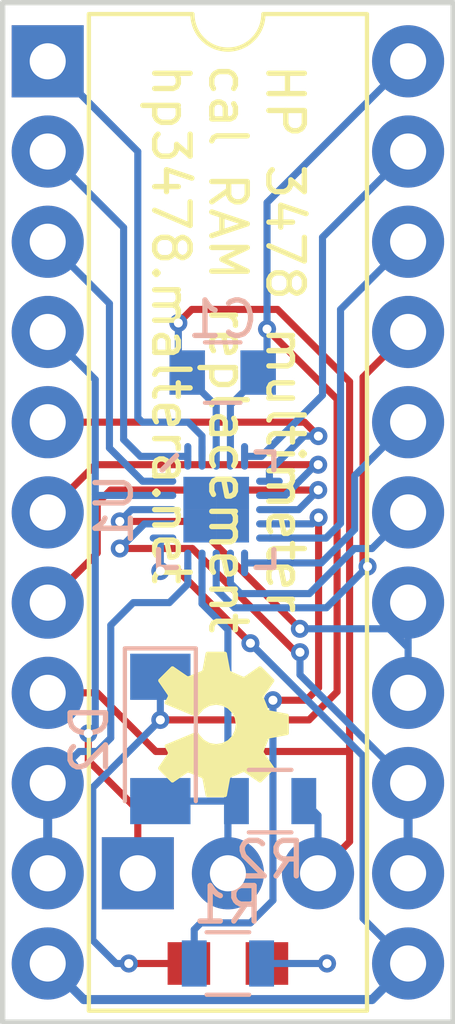
<source format=kicad_pcb>
(kicad_pcb (version 4) (host pcbnew 4.0.7)

  (general
    (links 34)
    (no_connects 0)
    (area 100.254999 99.873999 113.105001 128.726001)
    (thickness 1.6)
    (drawings 5)
    (tracks 171)
    (zones 0)
    (modules 9)
    (nets 22)
  )

  (page A4)
  (layers
    (0 F.Cu signal)
    (31 B.Cu signal)
    (32 B.Adhes user)
    (33 F.Adhes user)
    (34 B.Paste user)
    (35 F.Paste user)
    (36 B.SilkS user)
    (37 F.SilkS user hide)
    (38 B.Mask user)
    (39 F.Mask user)
    (40 Dwgs.User user)
    (41 Cmts.User user)
    (42 Eco1.User user)
    (43 Eco2.User user)
    (44 Edge.Cuts user)
    (45 Margin user)
    (46 B.CrtYd user)
    (47 F.CrtYd user)
    (48 B.Fab user hide)
    (49 F.Fab user)
  )

  (setup
    (last_trace_width 0.2)
    (trace_clearance 0.1524)
    (zone_clearance 0.508)
    (zone_45_only no)
    (trace_min 0.1524)
    (segment_width 0.2)
    (edge_width 0.15)
    (via_size 0.508)
    (via_drill 0.254)
    (via_min_size 0.508)
    (via_min_drill 0.254)
    (uvia_size 0.508)
    (uvia_drill 0.254)
    (uvias_allowed no)
    (uvia_min_size 0)
    (uvia_min_drill 0)
    (pcb_text_width 0.3)
    (pcb_text_size 1.5 1.5)
    (mod_edge_width 0.15)
    (mod_text_size 1 1)
    (mod_text_width 0.15)
    (pad_size 2.032 2.032)
    (pad_drill 1.016)
    (pad_to_mask_clearance 0.0508)
    (solder_mask_min_width 0.1016)
    (aux_axis_origin 0 0)
    (visible_elements FFFFEF7F)
    (pcbplotparams
      (layerselection 0x010f0_80000001)
      (usegerberextensions false)
      (excludeedgelayer true)
      (linewidth 0.100000)
      (plotframeref false)
      (viasonmask false)
      (mode 1)
      (useauxorigin false)
      (hpglpennumber 1)
      (hpglpenspeed 20)
      (hpglpendiameter 15)
      (hpglpenoverlay 2)
      (psnegative false)
      (psa4output false)
      (plotreference true)
      (plotvalue true)
      (plotinvisibletext false)
      (padsonsilk false)
      (subtractmaskfromsilk false)
      (outputformat 1)
      (mirror false)
      (drillshape 0)
      (scaleselection 1)
      (outputdirectory dist/))
  )

  (net 0 "")
  (net 1 /A3)
  (net 2 /D2)
  (net 3 /A2)
  (net 4 /D3)
  (net 5 /A1)
  (net 6 /A0)
  (net 7 /D4)
  (net 8 /A5)
  (net 9 /A6)
  (net 10 /CE2)
  (net 11 /A7)
  (net 12 /OD)
  (net 13 GND)
  (net 14 /~CE1)
  (net 15 /D1)
  (net 16 /R/W)
  (net 17 /A4)
  (net 18 VCC)
  (net 19 "Net-(D1-Pad1)")
  (net 20 /PS)
  (net 21 /LED)

  (net_class Default "This is the default net class."
    (clearance 0.1524)
    (trace_width 0.2)
    (via_dia 0.508)
    (via_drill 0.254)
    (uvia_dia 0.508)
    (uvia_drill 0.254)
    (add_net /A0)
    (add_net /A1)
    (add_net /A2)
    (add_net /A3)
    (add_net /A4)
    (add_net /A5)
    (add_net /A6)
    (add_net /A7)
    (add_net /CE2)
    (add_net /D1)
    (add_net /D2)
    (add_net /D3)
    (add_net /D4)
    (add_net /LED)
    (add_net /OD)
    (add_net /PS)
    (add_net /R/W)
    (add_net /~CE1)
    (add_net GND)
    (add_net "Net-(D1-Pad1)")
    (add_net VCC)
  )

  (module Housings_DFN_QFN:UQFN-20-1EP_3x3mm_Pitch0.4mm (layer B.Cu) (tedit 54130A77) (tstamp 5B2B9DCB)
    (at 106.3499 114.2224 270)
    (descr "20-Lead Ultra Thin Plastic Quad Flat, No Lead Package (JP) - 3x3x0.50 mm Body [UQFN]; (see Microchip Packaging Specification 00000049BS.pdf)")
    (tags "QFN 0.4")
    (path /5B2B9B0A)
    (solder_mask_margin 0.0254)
    (attr smd)
    (fp_text reference U1 (at 0 2.875 270) (layer B.SilkS)
      (effects (font (size 1 1) (thickness 0.15)) (justify mirror))
    )
    (fp_text value ATtiny406 (at 0 -2.875 270) (layer B.Fab)
      (effects (font (size 1 1) (thickness 0.15)) (justify mirror))
    )
    (fp_line (start -0.5 1.5) (end 1.5 1.5) (layer B.Fab) (width 0.15))
    (fp_line (start 1.5 1.5) (end 1.5 -1.5) (layer B.Fab) (width 0.15))
    (fp_line (start 1.5 -1.5) (end -1.5 -1.5) (layer B.Fab) (width 0.15))
    (fp_line (start -1.5 -1.5) (end -1.5 0.5) (layer B.Fab) (width 0.15))
    (fp_line (start -1.5 0.5) (end -0.5 1.5) (layer B.Fab) (width 0.15))
    (fp_line (start -2.15 2.15) (end -2.15 -2.15) (layer B.CrtYd) (width 0.05))
    (fp_line (start 2.15 2.15) (end 2.15 -2.15) (layer B.CrtYd) (width 0.05))
    (fp_line (start -2.15 2.15) (end 2.15 2.15) (layer B.CrtYd) (width 0.05))
    (fp_line (start -2.15 -2.15) (end 2.15 -2.15) (layer B.CrtYd) (width 0.05))
    (fp_line (start 1.625 1.625) (end 1.625 1.125) (layer B.SilkS) (width 0.15))
    (fp_line (start -1.625 -1.625) (end -1.625 -1.125) (layer B.SilkS) (width 0.15))
    (fp_line (start 1.625 -1.625) (end 1.625 -1.125) (layer B.SilkS) (width 0.15))
    (fp_line (start -1.524 1.1176) (end -1.1176 1.524) (layer B.SilkS) (width 0.15))
    (fp_line (start -1.625 -1.625) (end -1.125 -1.625) (layer B.SilkS) (width 0.15))
    (fp_line (start 1.625 -1.625) (end 1.125 -1.625) (layer B.SilkS) (width 0.15))
    (fp_line (start 1.625 1.625) (end 1.125 1.625) (layer B.SilkS) (width 0.15))
    (pad 1 smd oval (at -1.5 0.8 270) (size 0.75 0.2) (layers B.Cu B.Paste B.Mask)
      (net 3 /A2))
    (pad 2 smd oval (at -1.5 0.4 270) (size 0.75 0.2) (layers B.Cu B.Paste B.Mask)
      (net 1 /A3))
    (pad 3 smd oval (at -1.5 0 270) (size 0.75 0.2) (layers B.Cu B.Paste B.Mask)
      (net 13 GND))
    (pad 4 smd oval (at -1.5 -0.4 270) (size 0.75 0.2) (layers B.Cu B.Paste B.Mask)
      (net 18 VCC))
    (pad 5 smd oval (at -1.5 -0.8 270) (size 0.75 0.2) (layers B.Cu B.Paste B.Mask)
      (net 17 /A4))
    (pad 6 smd oval (at -0.8 -1.5 180) (size 0.75 0.2) (layers B.Cu B.Paste B.Mask)
      (net 8 /A5))
    (pad 7 smd oval (at -0.4 -1.5 180) (size 0.75 0.2) (layers B.Cu B.Paste B.Mask)
      (net 9 /A6))
    (pad 8 smd oval (at 0 -1.5 180) (size 0.75 0.2) (layers B.Cu B.Paste B.Mask)
      (net 11 /A7))
    (pad 9 smd oval (at 0.4 -1.5 180) (size 0.75 0.2) (layers B.Cu B.Paste B.Mask)
      (net 21 /LED))
    (pad 10 smd oval (at 0.8 -1.5 180) (size 0.75 0.2) (layers B.Cu B.Paste B.Mask)
      (net 16 /R/W))
    (pad 11 smd oval (at 1.5 -0.8 270) (size 0.75 0.2) (layers B.Cu B.Paste B.Mask)
      (net 12 /OD))
    (pad 12 smd oval (at 1.5 -0.4 270) (size 0.75 0.2) (layers B.Cu B.Paste B.Mask)
      (net 10 /CE2))
    (pad 13 smd oval (at 1.5 0 270) (size 0.75 0.2) (layers B.Cu B.Paste B.Mask)
      (net 14 /~CE1))
    (pad 14 smd oval (at 1.5 0.4 270) (size 0.75 0.2) (layers B.Cu B.Paste B.Mask)
      (net 20 /PS))
    (pad 15 smd oval (at 1.5 0.8 270) (size 0.75 0.2) (layers B.Cu B.Paste B.Mask)
      (net 15 /D1))
    (pad 16 smd oval (at 0.8 1.5 180) (size 0.75 0.2) (layers B.Cu B.Paste B.Mask)
      (net 2 /D2))
    (pad 17 smd oval (at 0.4 1.5 180) (size 0.75 0.2) (layers B.Cu B.Paste B.Mask)
      (net 4 /D3))
    (pad 18 smd oval (at 0 1.5 180) (size 0.75 0.2) (layers B.Cu B.Paste B.Mask)
      (net 7 /D4))
    (pad 19 smd oval (at -0.4 1.5 180) (size 0.75 0.2) (layers B.Cu B.Paste B.Mask)
      (net 6 /A0))
    (pad 20 smd oval (at -0.8 1.5 180) (size 0.75 0.2) (layers B.Cu B.Paste B.Mask)
      (net 5 /A1))
    (pad 21 smd rect (at 0.4625 -0.4625 270) (size 0.925 0.925) (layers B.Cu B.Paste B.Mask)
      (solder_paste_margin_ratio -0.2))
    (pad 21 smd rect (at 0.4625 0.4625 270) (size 0.925 0.925) (layers B.Cu B.Paste B.Mask)
      (solder_paste_margin_ratio -0.2))
    (pad 21 smd rect (at -0.4625 -0.4625 270) (size 0.925 0.925) (layers B.Cu B.Paste B.Mask)
      (solder_paste_margin_ratio -0.2))
    (pad 21 smd rect (at -0.4625 0.4625 270) (size 0.925 0.925) (layers B.Cu B.Paste B.Mask)
      (solder_paste_margin_ratio -0.2))
    (model ${KISYS3DMOD}/Housings_DFN_QFN.3dshapes/UQFN-20-1EP_3x3mm_Pitch0.4mm.wrl
      (at (xyz 0 0 0))
      (scale (xyz 1 1 1))
      (rotate (xyz 0 0 0))
    )
  )

  (module Housings_DIP:DIP-22_W10.16mm locked (layer F.Cu) (tedit 5B43B677) (tstamp 5B2B9DAF)
    (at 101.6 101.6)
    (descr "22-lead though-hole mounted DIP package, row spacing 10.16 mm (400 mils)")
    (tags "THT DIP DIL PDIP 2.54mm 10.16mm 400mil")
    (path /5B2B9F18)
    (fp_text reference J1 (at 5.08 -2.33) (layer F.SilkS) hide
      (effects (font (size 1 1) (thickness 0.15)))
    )
    (fp_text value uPD5101LC (at 5.08 27.73) (layer F.Fab) hide
      (effects (font (size 1 1) (thickness 0.15)))
    )
    (fp_arc (start 5.08 -1.33) (end 4.08 -1.33) (angle -180) (layer F.SilkS) (width 0.12))
    (fp_line (start 1.51 -1.27) (end 9.65 -1.27) (layer F.Fab) (width 0.1))
    (fp_line (start 9.65 -1.27) (end 9.65 26.67) (layer F.Fab) (width 0.1))
    (fp_line (start 9.65 26.67) (end 0.51 26.67) (layer F.Fab) (width 0.1))
    (fp_line (start 0.51 26.67) (end 0.51 -0.27) (layer F.Fab) (width 0.1))
    (fp_line (start 0.51 -0.27) (end 1.51 -1.27) (layer F.Fab) (width 0.1))
    (fp_line (start 4.08 -1.33) (end 1.16 -1.33) (layer F.SilkS) (width 0.12))
    (fp_line (start 1.16 -1.33) (end 1.16 26.73) (layer F.SilkS) (width 0.12))
    (fp_line (start 1.16 26.73) (end 9 26.73) (layer F.SilkS) (width 0.12))
    (fp_line (start 9 26.73) (end 9 -1.33) (layer F.SilkS) (width 0.12))
    (fp_line (start 9 -1.33) (end 6.08 -1.33) (layer F.SilkS) (width 0.12))
    (fp_line (start -1.05 -1.55) (end -1.05 26.95) (layer F.CrtYd) (width 0.05))
    (fp_line (start -1.05 26.95) (end 11.25 26.95) (layer F.CrtYd) (width 0.05))
    (fp_line (start 11.25 26.95) (end 11.25 -1.55) (layer F.CrtYd) (width 0.05))
    (fp_line (start 11.25 -1.55) (end -1.05 -1.55) (layer F.CrtYd) (width 0.05))
    (fp_text user %R (at 5.08 12.7) (layer F.Fab)
      (effects (font (size 1 1) (thickness 0.15)))
    )
    (pad 1 thru_hole rect (at 0 0) (size 2.032 2.032) (drill 1.016) (layers *.Cu *.Mask)
      (net 1 /A3))
    (pad 12 thru_hole oval (at 10.16 25.4) (size 2.032 2.032) (drill 1.016) (layers *.Cu *.Mask)
      (net 2 /D2))
    (pad 2 thru_hole oval (at 0 2.54) (size 2.032 2.032) (drill 1.016) (layers *.Cu *.Mask)
      (net 3 /A2))
    (pad 13 thru_hole oval (at 10.16 22.86) (size 2.032 2.032) (drill 1.016) (layers *.Cu *.Mask)
      (net 4 /D3))
    (pad 3 thru_hole oval (at 0 5.08) (size 2.032 2.032) (drill 1.016) (layers *.Cu *.Mask)
      (net 5 /A1))
    (pad 14 thru_hole oval (at 10.16 20.32) (size 2.032 2.032) (drill 1.016) (layers *.Cu *.Mask)
      (net 4 /D3))
    (pad 4 thru_hole oval (at 0 7.62) (size 2.032 2.032) (drill 1.016) (layers *.Cu *.Mask)
      (net 6 /A0))
    (pad 15 thru_hole oval (at 10.16 17.78) (size 2.032 2.032) (drill 1.016) (layers *.Cu *.Mask)
      (net 7 /D4))
    (pad 5 thru_hole oval (at 0 10.16) (size 2.032 2.032) (drill 1.016) (layers *.Cu *.Mask)
      (net 8 /A5))
    (pad 16 thru_hole oval (at 10.16 15.24) (size 2.032 2.032) (drill 1.016) (layers *.Cu *.Mask)
      (net 7 /D4))
    (pad 6 thru_hole oval (at 0 12.7) (size 2.032 2.032) (drill 1.016) (layers *.Cu *.Mask)
      (net 9 /A6))
    (pad 17 thru_hole oval (at 10.16 12.7) (size 2.032 2.032) (drill 1.016) (layers *.Cu *.Mask)
      (net 10 /CE2))
    (pad 7 thru_hole oval (at 0 15.24) (size 2.032 2.032) (drill 1.016) (layers *.Cu *.Mask)
      (net 11 /A7))
    (pad 18 thru_hole oval (at 10.16 10.16) (size 2.032 2.032) (drill 1.016) (layers *.Cu *.Mask)
      (net 12 /OD))
    (pad 8 thru_hole oval (at 0 17.78) (size 2.032 2.032) (drill 1.016) (layers *.Cu *.Mask)
      (net 13 GND))
    (pad 19 thru_hole oval (at 10.16 7.62) (size 2.032 2.032) (drill 1.016) (layers *.Cu *.Mask)
      (net 14 /~CE1))
    (pad 9 thru_hole oval (at 0 20.32) (size 2.032 2.032) (drill 1.016) (layers *.Cu *.Mask)
      (net 15 /D1))
    (pad 20 thru_hole oval (at 10.16 5.08) (size 2.032 2.032) (drill 1.016) (layers *.Cu *.Mask)
      (net 16 /R/W))
    (pad 10 thru_hole oval (at 0 22.86) (size 2.032 2.032) (drill 1.016) (layers *.Cu *.Mask)
      (net 15 /D1))
    (pad 21 thru_hole oval (at 10.16 2.54) (size 2.032 2.032) (drill 1.016) (layers *.Cu *.Mask)
      (net 17 /A4))
    (pad 11 thru_hole oval (at 0 25.4) (size 2.032 2.032) (drill 1.016) (layers *.Cu *.Mask)
      (net 2 /D2))
    (pad 22 thru_hole oval (at 10.16 0) (size 2.032 2.032) (drill 1.016) (layers *.Cu *.Mask)
      (net 18 VCC))
    (model ${KISYS3DMOD}/Housings_DIP.3dshapes/DIP-22_W10.16mm.wrl
      (at (xyz 0 0 0))
      (scale (xyz 1 1 1))
      (rotate (xyz 0 0 0))
    )
  )

  (module LEDs:LED_0805 (layer F.Cu) (tedit 5B2BCB30) (tstamp 5B2BB7B7)
    (at 106.68 127 180)
    (descr "LED 0805 smd package")
    (tags "LED led 0805 SMD smd SMT smt smdled SMDLED smtled SMTLED")
    (path /5B2BB0DB)
    (attr smd)
    (fp_text reference D1 (at 0 -1.45 180) (layer F.SilkS) hide
      (effects (font (size 1 1) (thickness 0.15)))
    )
    (fp_text value LED (at 0 1.55 180) (layer F.Fab) hide
      (effects (font (size 1 1) (thickness 0.15)))
    )
    (fp_line (start -0.4 -0.4) (end -0.4 0.4) (layer F.Fab) (width 0.1))
    (fp_line (start -0.4 0) (end 0.2 -0.4) (layer F.Fab) (width 0.1))
    (fp_line (start 0.2 0.4) (end -0.4 0) (layer F.Fab) (width 0.1))
    (fp_line (start 0.2 -0.4) (end 0.2 0.4) (layer F.Fab) (width 0.1))
    (fp_line (start 1 0.6) (end -1 0.6) (layer F.Fab) (width 0.1))
    (fp_line (start 1 -0.6) (end 1 0.6) (layer F.Fab) (width 0.1))
    (fp_line (start -1 -0.6) (end 1 -0.6) (layer F.Fab) (width 0.1))
    (fp_line (start -1 0.6) (end -1 -0.6) (layer F.Fab) (width 0.1))
    (fp_line (start 1.95 -0.85) (end 1.95 0.85) (layer F.CrtYd) (width 0.05))
    (fp_line (start 1.95 0.85) (end -1.95 0.85) (layer F.CrtYd) (width 0.05))
    (fp_line (start -1.95 0.85) (end -1.95 -0.85) (layer F.CrtYd) (width 0.05))
    (fp_line (start -1.95 -0.85) (end 1.95 -0.85) (layer F.CrtYd) (width 0.05))
    (fp_text user %R (at 0 0.889 180) (layer F.Fab)
      (effects (font (size 0.4 0.4) (thickness 0.1)))
    )
    (pad 2 smd rect (at 1.1 0) (size 1.2 1.2) (layers F.Cu F.Paste F.Mask)
      (net 18 VCC))
    (pad 1 smd rect (at -1.1 0) (size 1.2 1.2) (layers F.Cu F.Paste F.Mask)
      (net 19 "Net-(D1-Pad1)"))
    (model ${KISYS3DMOD}/LEDs.3dshapes/LED_0805.wrl
      (at (xyz 0 0 0))
      (scale (xyz 1 1 1))
      (rotate (xyz 0 0 180))
    )
  )

  (module Pin_Headers:Pin_Header_Straight_1x03_Pitch2.54mm (layer F.Cu) (tedit 5B43B510) (tstamp 5B2BB7C4)
    (at 104.14 124.46 90)
    (descr "Through hole straight pin header, 1x03, 2.54mm pitch, single row")
    (tags "Through hole pin header THT 1x03 2.54mm single row")
    (path /5B2BB875)
    (fp_text reference J2 (at 0 -2.33 90) (layer F.SilkS) hide
      (effects (font (size 1 1) (thickness 0.15)))
    )
    (fp_text value PROG_HDR (at 0 7.41 90) (layer F.Fab) hide
      (effects (font (size 1 1) (thickness 0.15)))
    )
    (fp_line (start -0.635 -1.27) (end 1.27 -1.27) (layer F.Fab) (width 0.1))
    (fp_line (start 1.27 -1.27) (end 1.27 6.35) (layer F.Fab) (width 0.1))
    (fp_line (start 1.27 6.35) (end -1.27 6.35) (layer F.Fab) (width 0.1))
    (fp_line (start -1.27 6.35) (end -1.27 -0.635) (layer F.Fab) (width 0.1))
    (fp_line (start -1.27 -0.635) (end -0.635 -1.27) (layer F.Fab) (width 0.1))
    (fp_line (start -1.8 -1.8) (end -1.8 6.85) (layer F.CrtYd) (width 0.05))
    (fp_line (start -1.8 6.85) (end 1.8 6.85) (layer F.CrtYd) (width 0.05))
    (fp_line (start 1.8 6.85) (end 1.8 -1.8) (layer F.CrtYd) (width 0.05))
    (fp_line (start 1.8 -1.8) (end -1.8 -1.8) (layer F.CrtYd) (width 0.05))
    (fp_text user %R (at 0 2.54 180) (layer F.Fab)
      (effects (font (size 1 1) (thickness 0.15)))
    )
    (pad 1 thru_hole rect (at 0 0 90) (size 2.032 2.032) (drill 1.016) (layers *.Cu *.Mask)
      (net 6 /A0))
    (pad 2 thru_hole oval (at 0 2.54 90) (size 2.032 2.032) (drill 1.016) (layers *.Cu *.Mask)
      (net 20 /PS))
    (pad 3 thru_hole oval (at 0 5.08 90) (size 2.032 2.032) (drill 1.016) (layers *.Cu *.Mask)
      (net 13 GND))
    (model ${KISYS3DMOD}/Pin_Headers.3dshapes/Pin_Header_Straight_1x03_Pitch2.54mm.wrl
      (at (xyz 0 0 0))
      (scale (xyz 1 1 1))
      (rotate (xyz 0 0 0))
    )
  )

  (module custom:OSHW (layer F.Cu) (tedit 5B2BF75A) (tstamp 5B2C3C50)
    (at 106.553 120.269 270)
    (descr "Imported from /home/sam/Downloads/oshw.svg")
    (tags svg2mod)
    (attr smd)
    (fp_text reference OSHW (at 0 -4.878245 270) (layer F.SilkS) hide
      (effects (font (thickness 0.3048)))
    )
    (fp_text value LOGO (at 0 4.878245 270) (layer F.SilkS) hide
      (effects (font (thickness 0.3048)))
    )
    (fp_poly (pts (xy 2.009917 -0.081788) (xy 1.510932 -0.17458) (xy 1.481398 -0.19998) (xy 1.328445 -0.556819)
      (xy 1.330872 -0.595399) (xy 1.6216 -1.019136) (xy 1.618414 -1.053617) (xy 1.255293 -1.416739)
      (xy 1.220842 -1.419928) (xy 0.789667 -1.124038) (xy 0.750905 -1.121215) (xy 0.404995 -1.262815)
      (xy 0.379496 -1.292016) (xy 0.283426 -1.808119) (xy 0.256807 -1.830245) (xy -0.256778 -1.830245)
      (xy -0.283369 -1.808119) (xy -0.379408 -1.292016) (xy -0.404904 -1.262815) (xy -0.750845 -1.121215)
      (xy -0.789607 -1.124038) (xy -1.220751 -1.419928) (xy -1.255233 -1.416739) (xy -1.618385 -1.053617)
      (xy -1.621571 -1.019136) (xy -1.330813 -0.595399) (xy -1.328414 -0.556819) (xy -1.481397 -0.19998)
      (xy -1.510931 -0.17458) (xy -2.009886 -0.081788) (xy -2.032015 -0.055146) (xy -2.031984 0.458408)
      (xy -2.009855 0.48505) (xy -1.523133 0.575626) (xy -1.494236 0.601224) (xy -1.342286 0.980796)
      (xy -1.34517 1.019559) (xy -1.621632 1.422442) (xy -1.618445 1.456955) (xy -1.255263 1.820077)
      (xy -1.220781 1.823266) (xy -0.82503 1.551632) (xy -0.787087 1.550221) (xy -0.612553 1.643408)
      (xy -0.583869 1.632853) (xy -0.223996 0.763309) (xy -0.234559 0.7308) (xy -0.278238 0.704046)
      (xy -0.305859 0.682879) (xy -0.443842 0.558673) (xy -0.535025 0.395419) (xy -0.567964 0.204476)
      (xy -0.539007 0.024957) (xy -0.458375 -0.130951) (xy -0.335428 -0.253894) (xy -0.179521 -0.33452)
      (xy -0.000015 -0.363474) (xy 0.179488 -0.33452) (xy 0.335387 -0.253894) (xy 0.458326 -0.130951)
      (xy 0.53895 0.024957) (xy 0.567903 0.204476) (xy 0.534972 0.395419) (xy 0.443795 0.558673)
      (xy 0.305799 0.682879) (xy 0.278237 0.704046) (xy 0.234558 0.7308) (xy 0.223994 0.763309)
      (xy 0.583838 1.632884) (xy 0.612522 1.643439) (xy 0.787056 1.550255) (xy 0.824998 1.551666)
      (xy 1.22078 1.823302) (xy 1.255232 1.820113) (xy 1.618414 1.456992) (xy 1.6216 1.422479)
      (xy 1.345108 1.019593) (xy 1.342255 0.980832) (xy 1.494205 0.601257) (xy 1.523072 0.57566)
      (xy 2.009794 0.485084) (xy 2.031923 0.458442) (xy 2.031985 -0.055107) (xy 2.009918 -0.081777)
      (xy 2.009917 -0.081788)) (layer F.SilkS) (width 0.030354))
  )

  (module Capacitors_SMD:C_0805 (layer B.Cu) (tedit 58AA8463) (tstamp 5B401B79)
    (at 106.533 110.363 180)
    (descr "Capacitor SMD 0805, reflow soldering, AVX (see smccp.pdf)")
    (tags "capacitor 0805")
    (path /5B2BAD67)
    (attr smd)
    (fp_text reference C1 (at 0 1.5 180) (layer B.SilkS)
      (effects (font (size 1 1) (thickness 0.15)) (justify mirror))
    )
    (fp_text value 0.1uF (at 0 -1.75 180) (layer B.Fab)
      (effects (font (size 1 1) (thickness 0.15)) (justify mirror))
    )
    (fp_text user %R (at 0 1.5 180) (layer B.Fab)
      (effects (font (size 1 1) (thickness 0.15)) (justify mirror))
    )
    (fp_line (start -1 -0.62) (end -1 0.62) (layer B.Fab) (width 0.1))
    (fp_line (start 1 -0.62) (end -1 -0.62) (layer B.Fab) (width 0.1))
    (fp_line (start 1 0.62) (end 1 -0.62) (layer B.Fab) (width 0.1))
    (fp_line (start -1 0.62) (end 1 0.62) (layer B.Fab) (width 0.1))
    (fp_line (start 0.5 0.85) (end -0.5 0.85) (layer B.SilkS) (width 0.12))
    (fp_line (start -0.5 -0.85) (end 0.5 -0.85) (layer B.SilkS) (width 0.12))
    (fp_line (start -1.75 0.88) (end 1.75 0.88) (layer B.CrtYd) (width 0.05))
    (fp_line (start -1.75 0.88) (end -1.75 -0.87) (layer B.CrtYd) (width 0.05))
    (fp_line (start 1.75 -0.87) (end 1.75 0.88) (layer B.CrtYd) (width 0.05))
    (fp_line (start 1.75 -0.87) (end -1.75 -0.87) (layer B.CrtYd) (width 0.05))
    (pad 1 smd rect (at -1 0 180) (size 1 1.25) (layers B.Cu B.Paste B.Mask)
      (net 18 VCC))
    (pad 2 smd rect (at 1 0 180) (size 1 1.25) (layers B.Cu B.Paste B.Mask)
      (net 13 GND))
    (model Capacitors_SMD.3dshapes/C_0805.wrl
      (at (xyz 0 0 0))
      (scale (xyz 1 1 1))
      (rotate (xyz 0 0 0))
    )
  )

  (module Diodes_SMD:D_MiniMELF (layer B.Cu) (tedit 5905D8F5) (tstamp 5B401B7E)
    (at 104.775 120.678 270)
    (descr "Diode Mini-MELF")
    (tags "Diode Mini-MELF")
    (path /5B2BB5D0)
    (attr smd)
    (fp_text reference D2 (at 0 2 270) (layer B.SilkS)
      (effects (font (size 1 1) (thickness 0.15)) (justify mirror))
    )
    (fp_text value D (at 0 -1.75 270) (layer B.Fab)
      (effects (font (size 1 1) (thickness 0.15)) (justify mirror))
    )
    (fp_text user %R (at 0 2 270) (layer B.Fab)
      (effects (font (size 1 1) (thickness 0.15)) (justify mirror))
    )
    (fp_line (start 1.75 1) (end -2.55 1) (layer B.SilkS) (width 0.12))
    (fp_line (start -2.55 1) (end -2.55 -1) (layer B.SilkS) (width 0.12))
    (fp_line (start -2.55 -1) (end 1.75 -1) (layer B.SilkS) (width 0.12))
    (fp_line (start 1.65 0.8) (end 1.65 -0.8) (layer B.Fab) (width 0.1))
    (fp_line (start 1.65 -0.8) (end -1.65 -0.8) (layer B.Fab) (width 0.1))
    (fp_line (start -1.65 -0.8) (end -1.65 0.8) (layer B.Fab) (width 0.1))
    (fp_line (start -1.65 0.8) (end 1.65 0.8) (layer B.Fab) (width 0.1))
    (fp_line (start 0.25 0) (end 0.75 0) (layer B.Fab) (width 0.1))
    (fp_line (start 0.25 -0.4) (end -0.35 0) (layer B.Fab) (width 0.1))
    (fp_line (start 0.25 0.4) (end 0.25 -0.4) (layer B.Fab) (width 0.1))
    (fp_line (start -0.35 0) (end 0.25 0.4) (layer B.Fab) (width 0.1))
    (fp_line (start -0.35 0) (end -0.35 -0.55) (layer B.Fab) (width 0.1))
    (fp_line (start -0.35 0) (end -0.35 0.55) (layer B.Fab) (width 0.1))
    (fp_line (start -0.75 0) (end -0.35 0) (layer B.Fab) (width 0.1))
    (fp_line (start -2.65 1.1) (end 2.65 1.1) (layer B.CrtYd) (width 0.05))
    (fp_line (start 2.65 1.1) (end 2.65 -1.1) (layer B.CrtYd) (width 0.05))
    (fp_line (start 2.65 -1.1) (end -2.65 -1.1) (layer B.CrtYd) (width 0.05))
    (fp_line (start -2.65 -1.1) (end -2.65 1.1) (layer B.CrtYd) (width 0.05))
    (pad 1 smd rect (at -1.75 0 270) (size 1.3 1.7) (layers B.Cu B.Paste B.Mask)
      (net 18 VCC))
    (pad 2 smd rect (at 1.75 0 270) (size 1.3 1.7) (layers B.Cu B.Paste B.Mask)
      (net 20 /PS))
    (model ${KISYS3DMOD}/Diodes_SMD.3dshapes/D_MiniMELF.wrl
      (at (xyz 0 0 0))
      (scale (xyz 1 1 1))
      (rotate (xyz 0 0 0))
    )
  )

  (module Resistors_SMD:R_0805 (layer B.Cu) (tedit 58E0A804) (tstamp 5B401B83)
    (at 106.68 127 180)
    (descr "Resistor SMD 0805, reflow soldering, Vishay (see dcrcw.pdf)")
    (tags "resistor 0805")
    (path /5B2BB1AF)
    (attr smd)
    (fp_text reference R1 (at 0 1.65 180) (layer B.SilkS)
      (effects (font (size 1 1) (thickness 0.15)) (justify mirror))
    )
    (fp_text value 470R (at 0 -1.75 180) (layer B.Fab)
      (effects (font (size 1 1) (thickness 0.15)) (justify mirror))
    )
    (fp_text user %R (at 0 0 180) (layer B.Fab)
      (effects (font (size 0.5 0.5) (thickness 0.075)) (justify mirror))
    )
    (fp_line (start -1 -0.62) (end -1 0.62) (layer B.Fab) (width 0.1))
    (fp_line (start 1 -0.62) (end -1 -0.62) (layer B.Fab) (width 0.1))
    (fp_line (start 1 0.62) (end 1 -0.62) (layer B.Fab) (width 0.1))
    (fp_line (start -1 0.62) (end 1 0.62) (layer B.Fab) (width 0.1))
    (fp_line (start 0.6 -0.88) (end -0.6 -0.88) (layer B.SilkS) (width 0.12))
    (fp_line (start -0.6 0.88) (end 0.6 0.88) (layer B.SilkS) (width 0.12))
    (fp_line (start -1.55 0.9) (end 1.55 0.9) (layer B.CrtYd) (width 0.05))
    (fp_line (start -1.55 0.9) (end -1.55 -0.9) (layer B.CrtYd) (width 0.05))
    (fp_line (start 1.55 -0.9) (end 1.55 0.9) (layer B.CrtYd) (width 0.05))
    (fp_line (start 1.55 -0.9) (end -1.55 -0.9) (layer B.CrtYd) (width 0.05))
    (pad 1 smd rect (at -0.95 0 180) (size 0.7 1.3) (layers B.Cu B.Paste B.Mask)
      (net 19 "Net-(D1-Pad1)"))
    (pad 2 smd rect (at 0.95 0 180) (size 0.7 1.3) (layers B.Cu B.Paste B.Mask)
      (net 21 /LED))
    (model ${KISYS3DMOD}/Resistors_SMD.3dshapes/R_0805.wrl
      (at (xyz 0 0 0))
      (scale (xyz 1 1 1))
      (rotate (xyz 0 0 0))
    )
  )

  (module Resistors_SMD:R_0805 (layer B.Cu) (tedit 58E0A804) (tstamp 5B401B88)
    (at 107.87 122.428)
    (descr "Resistor SMD 0805, reflow soldering, Vishay (see dcrcw.pdf)")
    (tags "resistor 0805")
    (path /5B2BB707)
    (attr smd)
    (fp_text reference R2 (at 0 1.65) (layer B.SilkS)
      (effects (font (size 1 1) (thickness 0.15)) (justify mirror))
    )
    (fp_text value 4k7 (at 0 -1.75) (layer B.Fab)
      (effects (font (size 1 1) (thickness 0.15)) (justify mirror))
    )
    (fp_text user %R (at 0 0) (layer B.Fab)
      (effects (font (size 0.5 0.5) (thickness 0.075)) (justify mirror))
    )
    (fp_line (start -1 -0.62) (end -1 0.62) (layer B.Fab) (width 0.1))
    (fp_line (start 1 -0.62) (end -1 -0.62) (layer B.Fab) (width 0.1))
    (fp_line (start 1 0.62) (end 1 -0.62) (layer B.Fab) (width 0.1))
    (fp_line (start -1 0.62) (end 1 0.62) (layer B.Fab) (width 0.1))
    (fp_line (start 0.6 -0.88) (end -0.6 -0.88) (layer B.SilkS) (width 0.12))
    (fp_line (start -0.6 0.88) (end 0.6 0.88) (layer B.SilkS) (width 0.12))
    (fp_line (start -1.55 0.9) (end 1.55 0.9) (layer B.CrtYd) (width 0.05))
    (fp_line (start -1.55 0.9) (end -1.55 -0.9) (layer B.CrtYd) (width 0.05))
    (fp_line (start 1.55 -0.9) (end 1.55 0.9) (layer B.CrtYd) (width 0.05))
    (fp_line (start 1.55 -0.9) (end -1.55 -0.9) (layer B.CrtYd) (width 0.05))
    (pad 1 smd rect (at -0.95 0) (size 0.7 1.3) (layers B.Cu B.Paste B.Mask)
      (net 20 /PS))
    (pad 2 smd rect (at 0.95 0) (size 0.7 1.3) (layers B.Cu B.Paste B.Mask)
      (net 13 GND))
    (model ${KISYS3DMOD}/Resistors_SMD.3dshapes/R_0805.wrl
      (at (xyz 0 0 0))
      (scale (xyz 1 1 1))
      (rotate (xyz 0 0 0))
    )
  )

  (gr_text "HP 3478 multimeter\ncal RAM replacement\nhp3478.maltera.net" (at 106.68 101.6 270) (layer F.SilkS)
    (effects (font (size 1 1) (thickness 0.15)) (justify left))
  )
  (gr_line (start 100.33 128.651) (end 100.33 99.949) (layer Edge.Cuts) (width 0.15))
  (gr_line (start 113.03 128.651) (end 100.33 128.651) (layer Edge.Cuts) (width 0.15))
  (gr_line (start 113.03 99.949) (end 113.03 128.651) (layer Edge.Cuts) (width 0.15))
  (gr_line (start 100.33 99.949) (end 113.03 99.949) (layer Edge.Cuts) (width 0.15))

  (segment (start 105.9499 112.7224) (end 105.9499 112.1474) (width 0.2) (layer B.Cu) (net 1) (status 10))
  (segment (start 105.9499 112.1474) (end 105.5625 111.76) (width 0.2) (layer B.Cu) (net 1))
  (segment (start 105.5625 111.76) (end 104.267 111.76) (width 0.2) (layer B.Cu) (net 1))
  (segment (start 104.267 111.76) (end 104.14 111.633) (width 0.2) (layer B.Cu) (net 1))
  (segment (start 104.14 111.633) (end 104.14 104.14) (width 0.2) (layer B.Cu) (net 1))
  (segment (start 104.14 104.14) (end 101.6 101.6) (width 0.2) (layer B.Cu) (net 1) (status 20))
  (segment (start 104.775 115.950998) (end 104.775002 115.951) (width 0.2) (layer F.Cu) (net 2))
  (segment (start 104.775002 115.951) (end 105.283 115.951) (width 0.2) (layer F.Cu) (net 2))
  (segment (start 105.283 115.951) (end 107.314986 117.982986) (width 0.2) (layer F.Cu) (net 2))
  (segment (start 107.314986 117.982986) (end 107.315 117.982986) (width 0.2) (layer F.Cu) (net 2))
  (segment (start 110.49 121.157986) (end 107.315 117.982986) (width 0.2) (layer B.Cu) (net 2))
  (segment (start 111.76 127) (end 110.49 125.73) (width 0.2) (layer B.Cu) (net 2) (status 10))
  (segment (start 110.49 125.73) (end 110.49 121.157986) (width 0.2) (layer B.Cu) (net 2))
  (via (at 107.315 117.982986) (size 0.508) (drill 0.254) (layers F.Cu B.Cu) (net 2))
  (segment (start 101.6 127) (end 102.616 128.016) (width 0.254) (layer B.Cu) (net 2) (status 10))
  (segment (start 102.616 128.016) (end 110.744 128.016) (width 0.254) (layer B.Cu) (net 2))
  (segment (start 110.744 128.016) (end 111.76 127) (width 0.254) (layer B.Cu) (net 2) (status 20))
  (segment (start 104.775 115.950998) (end 104.775 115.0973) (width 0.2) (layer B.Cu) (net 2) (status 20))
  (segment (start 104.775 115.0973) (end 104.8499 115.0224) (width 0.2) (layer B.Cu) (net 2) (status 30))
  (via (at 104.775 115.950998) (size 0.508) (drill 0.254) (layers F.Cu B.Cu) (net 2))
  (segment (start 105.5499 112.7224) (end 104.2134 112.7224) (width 0.2) (layer B.Cu) (net 3) (status 10))
  (segment (start 104.2134 112.7224) (end 103.739989 112.248989) (width 0.2) (layer B.Cu) (net 3))
  (segment (start 103.739989 112.248989) (end 103.739989 106.279989) (width 0.2) (layer B.Cu) (net 3))
  (segment (start 103.739989 106.279989) (end 101.6 104.14) (width 0.2) (layer B.Cu) (net 3) (status 20))
  (segment (start 105.676524 115.316) (end 108.597524 118.237) (width 0.2) (layer F.Cu) (net 4))
  (segment (start 103.632 115.316) (end 105.676524 115.316) (width 0.2) (layer F.Cu) (net 4))
  (segment (start 108.712 118.872) (end 108.712 118.237) (width 0.2) (layer B.Cu) (net 4))
  (via (at 108.712 118.237) (size 0.508) (drill 0.254) (layers F.Cu B.Cu) (net 4))
  (segment (start 108.597524 118.237) (end 108.712 118.237) (width 0.2) (layer F.Cu) (net 4))
  (segment (start 111.76 121.92) (end 108.712 118.872) (width 0.2) (layer B.Cu) (net 4) (status 10))
  (segment (start 104.8499 114.6224) (end 104.3256 114.6224) (width 0.2) (layer B.Cu) (net 4) (status 10))
  (segment (start 104.3256 114.6224) (end 103.632 115.316) (width 0.2) (layer B.Cu) (net 4))
  (via (at 103.632 115.316) (size 0.508) (drill 0.254) (layers F.Cu B.Cu) (net 4))
  (segment (start 111.76 124.46) (end 111.76 121.92) (width 0.254) (layer B.Cu) (net 4) (status 30))
  (segment (start 104.8499 113.4224) (end 104.2749 113.4224) (width 0.2) (layer B.Cu) (net 5) (status 10))
  (segment (start 104.2749 113.4224) (end 103.339979 112.487479) (width 0.2) (layer B.Cu) (net 5))
  (segment (start 103.339979 112.487479) (end 103.339979 108.419979) (width 0.2) (layer B.Cu) (net 5))
  (segment (start 103.339979 108.419979) (end 101.6 106.68) (width 0.2) (layer B.Cu) (net 5) (status 20))
  (segment (start 104.14 122.682) (end 102.743 121.285) (width 0.2) (layer F.Cu) (net 6))
  (segment (start 102.743 120.523) (end 102.743 121.285) (width 0.2) (layer F.Cu) (net 6))
  (segment (start 102.939969 113.792) (end 102.939969 120.326031) (width 0.2) (layer B.Cu) (net 6))
  (segment (start 102.939969 120.326031) (end 102.743 120.523) (width 0.2) (layer B.Cu) (net 6))
  (via (at 102.743 120.523) (size 0.508) (drill 0.254) (layers F.Cu B.Cu) (net 6))
  (segment (start 102.939969 113.792) (end 102.939969 110.559969) (width 0.2) (layer B.Cu) (net 6))
  (segment (start 104.8499 113.8224) (end 102.970369 113.8224) (width 0.2) (layer B.Cu) (net 6) (status 10))
  (segment (start 102.970369 113.8224) (end 102.939969 113.792) (width 0.2) (layer B.Cu) (net 6))
  (segment (start 104.14 124.46) (end 104.14 122.682) (width 0.2) (layer F.Cu) (net 6) (status 10))
  (segment (start 102.939969 110.559969) (end 101.6 109.22) (width 0.2) (layer B.Cu) (net 6) (status 20))
  (via (at 108.709426 117.576593) (size 0.508) (drill 0.254) (layers F.Cu B.Cu) (net 7))
  (segment (start 111.76 118.11) (end 111.226593 117.576593) (width 0.2) (layer B.Cu) (net 7) (status 20))
  (segment (start 105.686833 114.554) (end 108.709426 117.576593) (width 0.2) (layer F.Cu) (net 7))
  (segment (start 111.226593 117.576593) (end 108.709426 117.576593) (width 0.2) (layer B.Cu) (net 7) (status 10))
  (segment (start 103.632 114.554) (end 105.686833 114.554) (width 0.2) (layer F.Cu) (net 7))
  (segment (start 103.9636 114.2224) (end 103.632 114.554) (width 0.2) (layer B.Cu) (net 7))
  (segment (start 104.8499 114.2224) (end 103.9636 114.2224) (width 0.2) (layer B.Cu) (net 7) (status 10))
  (via (at 103.632 114.554) (size 0.508) (drill 0.254) (layers F.Cu B.Cu) (net 7))
  (segment (start 111.76 118.11) (end 111.76 119.38) (width 0.2) (layer B.Cu) (net 7) (status 20))
  (segment (start 111.76 116.84) (end 111.76 118.11) (width 0.2) (layer B.Cu) (net 7) (status 10))
  (segment (start 101.6 111.76) (end 108.839 111.76) (width 0.2) (layer F.Cu) (net 8) (status 10))
  (segment (start 108.839 111.76) (end 109.230738 112.151738) (width 0.2) (layer F.Cu) (net 8))
  (segment (start 107.8499 113.4224) (end 107.8499 113.1301) (width 0.2) (layer B.Cu) (net 8) (status 10))
  (segment (start 107.8499 113.1301) (end 108.828262 112.151738) (width 0.2) (layer B.Cu) (net 8))
  (segment (start 108.828262 112.151738) (end 109.230738 112.151738) (width 0.2) (layer B.Cu) (net 8))
  (via (at 109.230738 112.151738) (size 0.508) (drill 0.254) (layers F.Cu B.Cu) (net 8))
  (segment (start 101.6 114.3) (end 102.942993 112.957007) (width 0.2) (layer F.Cu) (net 9) (status 10))
  (segment (start 102.942993 112.957007) (end 109.225168 112.957007) (width 0.2) (layer F.Cu) (net 9))
  (segment (start 107.8499 113.8224) (end 108.290599 113.8224) (width 0.2) (layer B.Cu) (net 9) (status 10))
  (segment (start 108.290599 113.8224) (end 109.155992 112.957007) (width 0.2) (layer B.Cu) (net 9))
  (segment (start 109.155992 112.957007) (end 109.225168 112.957007) (width 0.2) (layer B.Cu) (net 9))
  (via (at 109.225168 112.957007) (size 0.508) (drill 0.254) (layers F.Cu B.Cu) (net 9))
  (segment (start 106.7499 115.7224) (end 106.7499 116.2974) (width 0.2) (layer B.Cu) (net 10) (status 10))
  (segment (start 106.7499 116.2974) (end 107.0385 116.586) (width 0.2) (layer B.Cu) (net 10))
  (segment (start 107.0385 116.586) (end 108.978526 116.586) (width 0.2) (layer B.Cu) (net 10))
  (segment (start 108.978526 116.586) (end 110.246927 115.317599) (width 0.2) (layer B.Cu) (net 10))
  (segment (start 110.246927 115.317599) (end 110.742401 115.317599) (width 0.2) (layer B.Cu) (net 10))
  (segment (start 110.742401 115.317599) (end 111.76 114.3) (width 0.2) (layer B.Cu) (net 10) (status 20))
  (segment (start 101.6 116.84) (end 102.997 115.443) (width 0.2) (layer F.Cu) (net 11) (status 10))
  (segment (start 102.997 115.443) (end 102.997 114.046) (width 0.2) (layer F.Cu) (net 11))
  (segment (start 102.997 114.046) (end 103.372256 113.670744) (width 0.2) (layer F.Cu) (net 11))
  (segment (start 103.372256 113.670744) (end 109.225744 113.670744) (width 0.2) (layer F.Cu) (net 11))
  (segment (start 107.8499 114.2224) (end 108.674088 114.2224) (width 0.2) (layer B.Cu) (net 11) (status 10))
  (segment (start 108.674088 114.2224) (end 109.225744 113.670744) (width 0.2) (layer B.Cu) (net 11))
  (via (at 109.225744 113.670744) (size 0.508) (drill 0.254) (layers F.Cu B.Cu) (net 11))
  (segment (start 107.1499 115.7224) (end 109.310223 115.7224) (width 0.2) (layer B.Cu) (net 12) (status 10))
  (segment (start 110.25501 113.26499) (end 110.25501 114.777613) (width 0.2) (layer B.Cu) (net 12))
  (segment (start 110.25501 114.777613) (end 109.310223 115.7224) (width 0.2) (layer B.Cu) (net 12))
  (segment (start 111.76 111.76) (end 110.25501 113.26499) (width 0.2) (layer B.Cu) (net 12) (status 10))
  (segment (start 101.6 119.38) (end 102.997 119.38) (width 0.2) (layer F.Cu) (net 13) (status 10))
  (segment (start 102.997 119.38) (end 104.648 121.031) (width 0.2) (layer F.Cu) (net 13))
  (segment (start 104.648 121.031) (end 110.110578 121.031) (width 0.2) (layer F.Cu) (net 13))
  (segment (start 110.110578 110.618578) (end 110.110578 121.031) (width 0.2) (layer F.Cu) (net 13))
  (segment (start 110.110578 121.031) (end 110.110578 123.569422) (width 0.2) (layer F.Cu) (net 13))
  (segment (start 105.283 108.966) (end 105.664 108.585) (width 0.2) (layer F.Cu) (net 13))
  (segment (start 105.664 108.585) (end 108.077 108.585) (width 0.2) (layer F.Cu) (net 13))
  (segment (start 108.077 108.585) (end 110.110578 110.618578) (width 0.2) (layer F.Cu) (net 13))
  (segment (start 110.110578 123.569422) (end 109.22 124.46) (width 0.2) (layer F.Cu) (net 13) (status 20))
  (segment (start 109.22 124.46) (end 109.22 122.828) (width 0.2) (layer B.Cu) (net 13) (status 10))
  (segment (start 109.22 122.828) (end 108.82 122.428) (width 0.2) (layer B.Cu) (net 13) (status 20))
  (via (at 105.283 108.966) (size 0.508) (drill 0.254) (layers F.Cu B.Cu) (net 13))
  (segment (start 105.283 110.363) (end 105.283 108.966) (width 0.2) (layer B.Cu) (net 13) (status 10))
  (segment (start 106.3499 112.7224) (end 106.3499 111.3049) (width 0.2) (layer B.Cu) (net 13) (status 10))
  (segment (start 106.3499 111.3049) (end 105.408 110.363) (width 0.2) (layer B.Cu) (net 13) (status 20))
  (segment (start 105.408 110.363) (end 105.283 110.363) (width 0.2) (layer B.Cu) (net 13) (status 30))
  (segment (start 110.489993 110.490007) (end 110.489993 115.696993) (width 0.2) (layer F.Cu) (net 14))
  (segment (start 110.61698 115.824) (end 110.61698 115.82398) (width 0.2) (layer F.Cu) (net 14))
  (segment (start 110.61698 115.82398) (end 110.489993 115.696993) (width 0.2) (layer F.Cu) (net 14))
  (segment (start 111.76 109.22) (end 110.489993 110.490007) (width 0.2) (layer F.Cu) (net 14) (status 10))
  (segment (start 109.45497 116.98601) (end 110.61698 115.824) (width 0.2) (layer B.Cu) (net 14))
  (segment (start 106.3499 116.463098) (end 106.872812 116.98601) (width 0.2) (layer B.Cu) (net 14))
  (segment (start 106.3499 115.7224) (end 106.3499 116.463098) (width 0.2) (layer B.Cu) (net 14) (status 10))
  (via (at 110.61698 115.824) (size 0.508) (drill 0.254) (layers F.Cu B.Cu) (net 14))
  (segment (start 106.872812 116.98601) (end 109.45497 116.98601) (width 0.2) (layer B.Cu) (net 14))
  (segment (start 105.5499 115.7224) (end 105.5499 116.3191) (width 0.2) (layer B.Cu) (net 15) (status 10))
  (segment (start 105.5499 116.3191) (end 105.029 116.84) (width 0.2) (layer B.Cu) (net 15))
  (segment (start 105.029 116.84) (end 104.013 116.84) (width 0.2) (layer B.Cu) (net 15))
  (segment (start 104.013 116.84) (end 103.378 117.475) (width 0.2) (layer B.Cu) (net 15))
  (segment (start 103.378 117.475) (end 103.378 120.65) (width 0.2) (layer B.Cu) (net 15))
  (segment (start 102.489 121.031) (end 101.6 121.92) (width 0.2) (layer B.Cu) (net 15) (status 20))
  (segment (start 103.378 120.65) (end 102.997 121.031) (width 0.2) (layer B.Cu) (net 15))
  (segment (start 102.997 121.031) (end 102.489 121.031) (width 0.2) (layer B.Cu) (net 15))
  (segment (start 101.6 124.46) (end 101.6 121.92) (width 0.254) (layer B.Cu) (net 15) (status 30))
  (segment (start 109.855 114.611924) (end 109.855 108.585) (width 0.2) (layer B.Cu) (net 16))
  (segment (start 111.76 106.68) (end 109.855 108.585) (width 0.2) (layer B.Cu) (net 16) (status 10))
  (segment (start 109.444524 115.0224) (end 109.855 114.611924) (width 0.2) (layer B.Cu) (net 16))
  (segment (start 107.8499 115.0224) (end 109.444524 115.0224) (width 0.2) (layer B.Cu) (net 16) (status 10))
  (segment (start 107.1499 112.7224) (end 107.6226 112.7224) (width 0.2) (layer B.Cu) (net 17) (status 10))
  (segment (start 107.6226 112.7224) (end 109.347 110.998) (width 0.2) (layer B.Cu) (net 17))
  (segment (start 109.347 110.998) (end 109.347 106.553) (width 0.2) (layer B.Cu) (net 17))
  (segment (start 109.347 106.553) (end 111.76 104.14) (width 0.2) (layer B.Cu) (net 17) (status 20))
  (segment (start 107.783 109.139) (end 109.758172 111.114172) (width 0.2) (layer F.Cu) (net 18))
  (segment (start 109.758172 111.114172) (end 109.758172 119.349828) (width 0.2) (layer F.Cu) (net 18))
  (segment (start 109.758172 119.349828) (end 108.966 120.142) (width 0.2) (layer F.Cu) (net 18))
  (segment (start 108.966 120.142) (end 104.775006 120.142) (width 0.2) (layer F.Cu) (net 18))
  (segment (start 103.886 127) (end 103.52679 127) (width 0.2) (layer B.Cu) (net 18))
  (segment (start 103.52679 127) (end 102.87 126.34321) (width 0.2) (layer B.Cu) (net 18))
  (segment (start 102.87 126.34321) (end 102.87 122.047006) (width 0.2) (layer B.Cu) (net 18))
  (segment (start 102.87 122.047006) (end 104.775006 120.142) (width 0.2) (layer B.Cu) (net 18))
  (segment (start 104.775006 120.142) (end 104.775006 118.928006) (width 0.2) (layer B.Cu) (net 18) (status 20))
  (segment (start 104.775006 118.928006) (end 104.775 118.928) (width 0.2) (layer B.Cu) (net 18) (status 30))
  (via (at 104.775006 120.142) (size 0.508) (drill 0.254) (layers F.Cu B.Cu) (net 18))
  (segment (start 105.58 127) (end 103.886 127) (width 0.2) (layer F.Cu) (net 18) (status 10))
  (via (at 103.886 127) (size 0.508) (drill 0.254) (layers F.Cu B.Cu) (net 18))
  (segment (start 107.783 109.139) (end 107.783 105.577) (width 0.2) (layer B.Cu) (net 18))
  (segment (start 107.783 105.577) (end 111.76 101.6) (width 0.2) (layer B.Cu) (net 18) (status 20))
  (via (at 107.783 109.139) (size 0.508) (drill 0.254) (layers F.Cu B.Cu) (net 18))
  (segment (start 107.783 110.363) (end 107.783 109.139) (width 0.2) (layer B.Cu) (net 18) (status 10))
  (segment (start 106.7499 112.7224) (end 106.7499 111.2711) (width 0.2) (layer B.Cu) (net 18) (status 10))
  (segment (start 106.7499 111.2711) (end 107.658 110.363) (width 0.2) (layer B.Cu) (net 18) (status 20))
  (segment (start 107.658 110.363) (end 107.783 110.363) (width 0.2) (layer B.Cu) (net 18) (status 30))
  (segment (start 109.474 127) (end 107.78 127) (width 0.2) (layer F.Cu) (net 19) (status 20))
  (segment (start 109.474 127) (end 107.63 127) (width 0.2) (layer B.Cu) (net 19) (status 20))
  (via (at 109.474 127) (size 0.508) (drill 0.254) (layers F.Cu B.Cu) (net 19))
  (segment (start 104.775 122.428) (end 106.92 122.428) (width 0.2) (layer B.Cu) (net 20) (status 30))
  (segment (start 105.9499 116.8719) (end 106.68 117.602) (width 0.2) (layer B.Cu) (net 20))
  (segment (start 106.68 124.46) (end 106.68 117.602) (width 0.2) (layer B.Cu) (net 20) (status 10))
  (segment (start 104.398 122.428) (end 104.394 122.424) (width 0.2) (layer B.Cu) (net 20) (status 30))
  (segment (start 106.68 124.46) (end 106.68 122.668) (width 0.2) (layer B.Cu) (net 20) (status 30))
  (segment (start 106.68 122.668) (end 106.92 122.428) (width 0.2) (layer B.Cu) (net 20) (status 30))
  (segment (start 105.9499 115.7224) (end 105.9499 116.8719) (width 0.2) (layer B.Cu) (net 20) (status 10))
  (segment (start 107.95 119.588) (end 107.95 125.222) (width 0.2) (layer B.Cu) (net 21))
  (segment (start 107.95 125.222) (end 107.315 125.857) (width 0.2) (layer B.Cu) (net 21))
  (segment (start 107.315 125.857) (end 105.918 125.857) (width 0.2) (layer B.Cu) (net 21))
  (segment (start 105.918 125.857) (end 105.73 126.045) (width 0.2) (layer B.Cu) (net 21))
  (segment (start 105.73 126.045) (end 105.73 127) (width 0.2) (layer B.Cu) (net 21) (status 20))
  (segment (start 109.236489 114.443489) (end 109.236489 119.236511) (width 0.2) (layer F.Cu) (net 21))
  (segment (start 109.236489 119.236511) (end 108.885 119.588) (width 0.2) (layer F.Cu) (net 21))
  (segment (start 108.885 119.588) (end 107.95 119.588) (width 0.2) (layer F.Cu) (net 21))
  (via (at 107.95 119.588) (size 0.508) (drill 0.254) (layers F.Cu B.Cu) (net 21))
  (via (at 109.236489 114.443489) (size 0.508) (drill 0.254) (layers F.Cu B.Cu) (net 21))
  (segment (start 109.057578 114.6224) (end 109.236489 114.443489) (width 0.2) (layer B.Cu) (net 21))
  (segment (start 107.8499 114.6224) (end 109.057578 114.6224) (width 0.2) (layer B.Cu) (net 21) (status 10))

)

</source>
